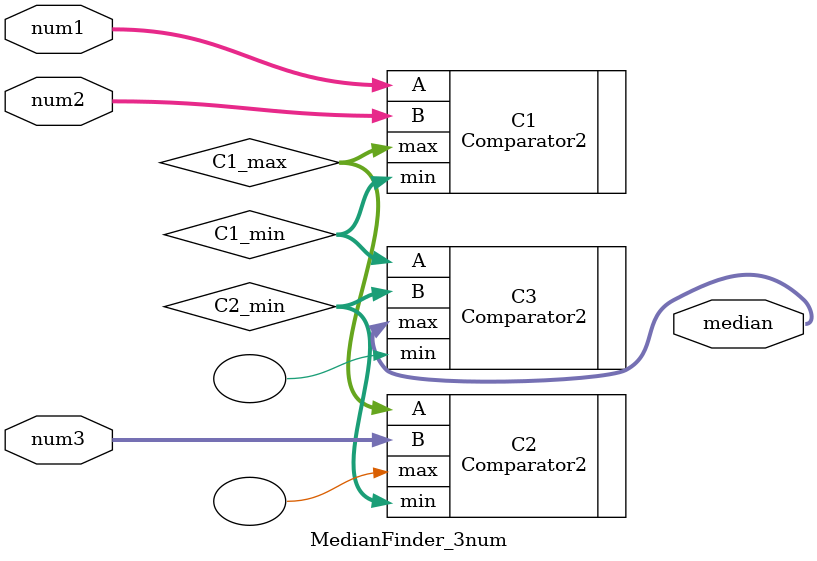
<source format=v>
module MedianFinder_3num(
    input  [3:0]    num1    , 
    input  [3:0]    num2    , 
    input  [3:0]    num3    ,  
    output [3:0]    median  
);

///////////////////////////////
//	Write Your Design Here ~ //
///////////////////////////////
wire [3:0] C1_min, C1_max;
wire [3:0] C2_min, C2_max;

Comparator2 C1(
    .A  (num1),  
    .B  (num2),  
    .min(C1_min),  
    .max(C1_max)  
);

Comparator2 C2(
    .A  (C1_max),  
    .B  (num3),  
    .min(C2_min),  
    .max()  
);

Comparator2 C3(
    .A  (C1_min),  
    .B  (C2_min),  
    .min(),  
    .max(median)  
);

endmodule

</source>
